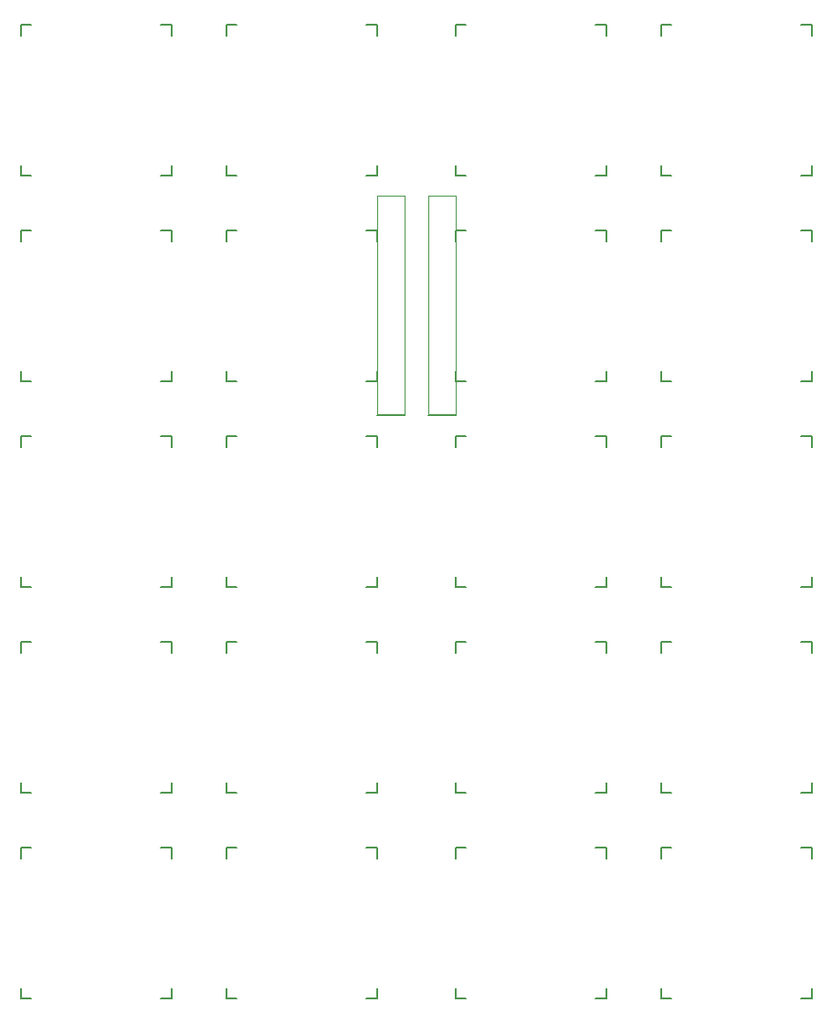
<source format=gto>
G04 #@! TF.GenerationSoftware,KiCad,Pcbnew,(5.1.2)-2*
G04 #@! TF.CreationDate,2020-05-16T23:41:00+09:00*
G04 #@! TF.ProjectId,______,e135d7ec-fcc8-42e6-9b69-6361645f7063,rev?*
G04 #@! TF.SameCoordinates,Original*
G04 #@! TF.FileFunction,Legend,Top*
G04 #@! TF.FilePolarity,Positive*
%FSLAX46Y46*%
G04 Gerber Fmt 4.6, Leading zero omitted, Abs format (unit mm)*
G04 Created by KiCad (PCBNEW (5.1.2)-2) date 2020-05-16 23:41:00*
%MOMM*%
%LPD*%
G04 APERTURE LIST*
%ADD10C,0.150000*%
%ADD11C,0.120000*%
%ADD12C,1.900000*%
%ADD13C,2.100000*%
%ADD14C,4.200000*%
G04 APERTURE END LIST*
D10*
X22550000Y58650000D02*
X21550000Y58650000D01*
X21550000Y59650000D02*
X21550000Y58650000D01*
X35550000Y72650000D02*
X34550000Y72650000D01*
X35550000Y71650000D02*
X35550000Y72650000D01*
X35550000Y58650000D02*
X35550000Y59650000D01*
X34550000Y58650000D02*
X35550000Y58650000D01*
X21550000Y72650000D02*
X22550000Y72650000D01*
X21550000Y71650000D02*
X21550000Y72650000D01*
X22550000Y77700000D02*
X21550000Y77700000D01*
X21550000Y78700000D02*
X21550000Y77700000D01*
X35550000Y91700000D02*
X34550000Y91700000D01*
X35550000Y90700000D02*
X35550000Y91700000D01*
X35550000Y77700000D02*
X35550000Y78700000D01*
X34550000Y77700000D02*
X35550000Y77700000D01*
X21550000Y91700000D02*
X22550000Y91700000D01*
X21550000Y90700000D02*
X21550000Y91700000D01*
X22550000Y39600000D02*
X21550000Y39600000D01*
X21550000Y40600000D02*
X21550000Y39600000D01*
X35550000Y53600000D02*
X34550000Y53600000D01*
X35550000Y52600000D02*
X35550000Y53600000D01*
X35550000Y39600000D02*
X35550000Y40600000D01*
X34550000Y39600000D02*
X35550000Y39600000D01*
X21550000Y53600000D02*
X22550000Y53600000D01*
X21550000Y52600000D02*
X21550000Y53600000D01*
X3500000Y58650000D02*
X2500000Y58650000D01*
X2500000Y59650000D02*
X2500000Y58650000D01*
X16500000Y72650000D02*
X15500000Y72650000D01*
X16500000Y71650000D02*
X16500000Y72650000D01*
X16500000Y58650000D02*
X16500000Y59650000D01*
X15500000Y58650000D02*
X16500000Y58650000D01*
X2500000Y72650000D02*
X3500000Y72650000D01*
X2500000Y71650000D02*
X2500000Y72650000D01*
X43800000Y39600000D02*
X42800000Y39600000D01*
X42800000Y40600000D02*
X42800000Y39600000D01*
X56800000Y53600000D02*
X55800000Y53600000D01*
X56800000Y52600000D02*
X56800000Y53600000D01*
X56800000Y39600000D02*
X56800000Y40600000D01*
X55800000Y39600000D02*
X56800000Y39600000D01*
X42800000Y53600000D02*
X43800000Y53600000D01*
X42800000Y52600000D02*
X42800000Y53600000D01*
X22550000Y20550000D02*
X21550000Y20550000D01*
X21550000Y21550000D02*
X21550000Y20550000D01*
X35550000Y34550000D02*
X34550000Y34550000D01*
X35550000Y33550000D02*
X35550000Y34550000D01*
X35550000Y20550000D02*
X35550000Y21550000D01*
X34550000Y20550000D02*
X35550000Y20550000D01*
X21550000Y34550000D02*
X22550000Y34550000D01*
X21550000Y33550000D02*
X21550000Y34550000D01*
X3500000Y39600000D02*
X2500000Y39600000D01*
X2500000Y40600000D02*
X2500000Y39600000D01*
X16500000Y53600000D02*
X15500000Y53600000D01*
X16500000Y52600000D02*
X16500000Y53600000D01*
X16500000Y39600000D02*
X16500000Y40600000D01*
X15500000Y39600000D02*
X16500000Y39600000D01*
X2500000Y53600000D02*
X3500000Y53600000D01*
X2500000Y52600000D02*
X2500000Y53600000D01*
X43800000Y20550000D02*
X42800000Y20550000D01*
X42800000Y21550000D02*
X42800000Y20550000D01*
X56800000Y34550000D02*
X55800000Y34550000D01*
X56800000Y33550000D02*
X56800000Y34550000D01*
X56800000Y20550000D02*
X56800000Y21550000D01*
X55800000Y20550000D02*
X56800000Y20550000D01*
X42800000Y34550000D02*
X43800000Y34550000D01*
X42800000Y33550000D02*
X42800000Y34550000D01*
X43800000Y77700000D02*
X42800000Y77700000D01*
X42800000Y78700000D02*
X42800000Y77700000D01*
X56800000Y91700000D02*
X55800000Y91700000D01*
X56800000Y90700000D02*
X56800000Y91700000D01*
X56800000Y77700000D02*
X56800000Y78700000D01*
X55800000Y77700000D02*
X56800000Y77700000D01*
X42800000Y91700000D02*
X43800000Y91700000D01*
X42800000Y90700000D02*
X42800000Y91700000D01*
X43800000Y58650000D02*
X42800000Y58650000D01*
X42800000Y59650000D02*
X42800000Y58650000D01*
X56800000Y72650000D02*
X55800000Y72650000D01*
X56800000Y71650000D02*
X56800000Y72650000D01*
X56800000Y58650000D02*
X56800000Y59650000D01*
X55800000Y58650000D02*
X56800000Y58650000D01*
X42800000Y72650000D02*
X43800000Y72650000D01*
X42800000Y71650000D02*
X42800000Y72650000D01*
X43800000Y1500000D02*
X42800000Y1500000D01*
X42800000Y2500000D02*
X42800000Y1500000D01*
X56800000Y15500000D02*
X55800000Y15500000D01*
X56800000Y14500000D02*
X56800000Y15500000D01*
X56800000Y1500000D02*
X56800000Y2500000D01*
X55800000Y1500000D02*
X56800000Y1500000D01*
X42800000Y15500000D02*
X43800000Y15500000D01*
X42800000Y14500000D02*
X42800000Y15500000D01*
X62850000Y77700000D02*
X61850000Y77700000D01*
X61850000Y78700000D02*
X61850000Y77700000D01*
X75850000Y91700000D02*
X74850000Y91700000D01*
X75850000Y90700000D02*
X75850000Y91700000D01*
X75850000Y77700000D02*
X75850000Y78700000D01*
X74850000Y77700000D02*
X75850000Y77700000D01*
X61850000Y91700000D02*
X62850000Y91700000D01*
X61850000Y90700000D02*
X61850000Y91700000D01*
X62850000Y58650000D02*
X61850000Y58650000D01*
X61850000Y59650000D02*
X61850000Y58650000D01*
X75850000Y72650000D02*
X74850000Y72650000D01*
X75850000Y71650000D02*
X75850000Y72650000D01*
X75850000Y58650000D02*
X75850000Y59650000D01*
X74850000Y58650000D02*
X75850000Y58650000D01*
X61850000Y72650000D02*
X62850000Y72650000D01*
X61850000Y71650000D02*
X61850000Y72650000D01*
X62850000Y39600000D02*
X61850000Y39600000D01*
X61850000Y40600000D02*
X61850000Y39600000D01*
X75850000Y53600000D02*
X74850000Y53600000D01*
X75850000Y52600000D02*
X75850000Y53600000D01*
X75850000Y39600000D02*
X75850000Y40600000D01*
X74850000Y39600000D02*
X75850000Y39600000D01*
X61850000Y53600000D02*
X62850000Y53600000D01*
X61850000Y52600000D02*
X61850000Y53600000D01*
X62850000Y20550000D02*
X61850000Y20550000D01*
X61850000Y21550000D02*
X61850000Y20550000D01*
X75850000Y34550000D02*
X74850000Y34550000D01*
X75850000Y33550000D02*
X75850000Y34550000D01*
X75850000Y20550000D02*
X75850000Y21550000D01*
X74850000Y20550000D02*
X75850000Y20550000D01*
X61850000Y34550000D02*
X62850000Y34550000D01*
X61850000Y33550000D02*
X61850000Y34550000D01*
X62850000Y1500000D02*
X61850000Y1500000D01*
X61850000Y2500000D02*
X61850000Y1500000D01*
X75850000Y15500000D02*
X74850000Y15500000D01*
X75850000Y14500000D02*
X75850000Y15500000D01*
X75850000Y1500000D02*
X75850000Y2500000D01*
X74850000Y1500000D02*
X75850000Y1500000D01*
X61850000Y15500000D02*
X62850000Y15500000D01*
X61850000Y14500000D02*
X61850000Y15500000D01*
X22550000Y1500000D02*
X21550000Y1500000D01*
X21550000Y2500000D02*
X21550000Y1500000D01*
X35550000Y15500000D02*
X34550000Y15500000D01*
X35550000Y14500000D02*
X35550000Y15500000D01*
X35550000Y1500000D02*
X35550000Y2500000D01*
X34550000Y1500000D02*
X35550000Y1500000D01*
X21550000Y15500000D02*
X22550000Y15500000D01*
X21550000Y14500000D02*
X21550000Y15500000D01*
X3500000Y77700000D02*
X2500000Y77700000D01*
X2500000Y78700000D02*
X2500000Y77700000D01*
X16500000Y91700000D02*
X15500000Y91700000D01*
X16500000Y90700000D02*
X16500000Y91700000D01*
X16500000Y77700000D02*
X16500000Y78700000D01*
X15500000Y77700000D02*
X16500000Y77700000D01*
X2500000Y91700000D02*
X3500000Y91700000D01*
X2500000Y90700000D02*
X2500000Y91700000D01*
X3500000Y20550000D02*
X2500000Y20550000D01*
X2500000Y21550000D02*
X2500000Y20550000D01*
X16500000Y34550000D02*
X15500000Y34550000D01*
X16500000Y33550000D02*
X16500000Y34550000D01*
X16500000Y20550000D02*
X16500000Y21550000D01*
X15500000Y20550000D02*
X16500000Y20550000D01*
X2500000Y34550000D02*
X3500000Y34550000D01*
X2500000Y33550000D02*
X2500000Y34550000D01*
X3500000Y1500000D02*
X2500000Y1500000D01*
X2500000Y2500000D02*
X2500000Y1500000D01*
X16500000Y15500000D02*
X15500000Y15500000D01*
X16500000Y14500000D02*
X16500000Y15500000D01*
X16500000Y1500000D02*
X16500000Y2500000D01*
X15500000Y1500000D02*
X16500000Y1500000D01*
X2500000Y15500000D02*
X3500000Y15500000D01*
X2500000Y14500000D02*
X2500000Y15500000D01*
D11*
X42840000Y75835000D02*
X42840000Y55515000D01*
X40300000Y75835000D02*
X42840000Y75835000D01*
X40300000Y55515000D02*
X40300000Y75835000D01*
D10*
X42840000Y55515000D02*
X40300000Y55515000D01*
D11*
X38100000Y75835000D02*
X38100000Y55515000D01*
X35560000Y75835000D02*
X38100000Y75835000D01*
X35560000Y55515000D02*
X35560000Y75835000D01*
D10*
X38100000Y55515000D02*
X35560000Y55515000D01*
%LPC*%
D12*
X33630000Y65650000D03*
X23470000Y65650000D03*
D13*
X34050000Y65650000D03*
X23050000Y65650000D03*
D14*
X28550000Y65650000D03*
D12*
X33630000Y84700000D03*
X23470000Y84700000D03*
D13*
X34050000Y84700000D03*
X23050000Y84700000D03*
D14*
X28550000Y84700000D03*
D12*
X33630000Y46600000D03*
X23470000Y46600000D03*
D13*
X34050000Y46600000D03*
X23050000Y46600000D03*
D14*
X28550000Y46600000D03*
D12*
X14580000Y65650000D03*
X4420000Y65650000D03*
D13*
X15000000Y65650000D03*
X4000000Y65650000D03*
D14*
X9500000Y65650000D03*
D12*
X54880000Y46600000D03*
X44720000Y46600000D03*
D13*
X55300000Y46600000D03*
X44300000Y46600000D03*
D14*
X49800000Y46600000D03*
D12*
X33630000Y27550000D03*
X23470000Y27550000D03*
D13*
X34050000Y27550000D03*
X23050000Y27550000D03*
D14*
X28550000Y27550000D03*
D12*
X14580000Y46600000D03*
X4420000Y46600000D03*
D13*
X15000000Y46600000D03*
X4000000Y46600000D03*
D14*
X9500000Y46600000D03*
D12*
X54880000Y27550000D03*
X44720000Y27550000D03*
D13*
X55300000Y27550000D03*
X44300000Y27550000D03*
D14*
X49800000Y27550000D03*
D12*
X54880000Y84700000D03*
X44720000Y84700000D03*
D13*
X55300000Y84700000D03*
X44300000Y84700000D03*
D14*
X49800000Y84700000D03*
D12*
X54880000Y65650000D03*
X44720000Y65650000D03*
D13*
X55300000Y65650000D03*
X44300000Y65650000D03*
D14*
X49800000Y65650000D03*
D12*
X54880000Y8500000D03*
X44720000Y8500000D03*
D13*
X55300000Y8500000D03*
X44300000Y8500000D03*
D14*
X49800000Y8500000D03*
D12*
X73930000Y84700000D03*
X63770000Y84700000D03*
D13*
X74350000Y84700000D03*
X63350000Y84700000D03*
D14*
X68850000Y84700000D03*
D12*
X73930000Y65650000D03*
X63770000Y65650000D03*
D13*
X74350000Y65650000D03*
X63350000Y65650000D03*
D14*
X68850000Y65650000D03*
D12*
X73930000Y46600000D03*
X63770000Y46600000D03*
D13*
X74350000Y46600000D03*
X63350000Y46600000D03*
D14*
X68850000Y46600000D03*
D12*
X73930000Y27550000D03*
X63770000Y27550000D03*
D13*
X74350000Y27550000D03*
X63350000Y27550000D03*
D14*
X68850000Y27550000D03*
D12*
X73930000Y8500000D03*
X63770000Y8500000D03*
D13*
X74350000Y8500000D03*
X63350000Y8500000D03*
D14*
X68850000Y8500000D03*
D12*
X33630000Y8500000D03*
X23470000Y8500000D03*
D13*
X34050000Y8500000D03*
X23050000Y8500000D03*
D14*
X28550000Y8500000D03*
D12*
X14580000Y84700000D03*
X4420000Y84700000D03*
D13*
X15000000Y84700000D03*
X4000000Y84700000D03*
D14*
X9500000Y84700000D03*
D12*
X14580000Y27550000D03*
X4420000Y27550000D03*
D13*
X15000000Y27550000D03*
X4000000Y27550000D03*
D14*
X9500000Y27550000D03*
D12*
X14580000Y8500000D03*
X4420000Y8500000D03*
D13*
X15000000Y8500000D03*
X4000000Y8500000D03*
D14*
X9500000Y8500000D03*
M02*

</source>
